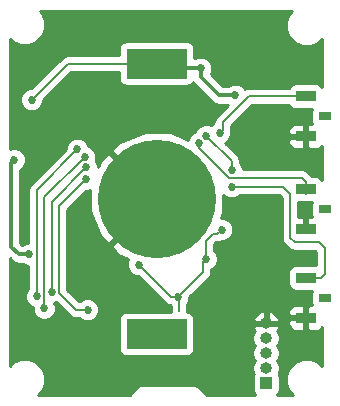
<source format=gbl>
G04 #@! TF.FileFunction,Copper,L2,Bot,Signal*
%FSLAX46Y46*%
G04 Gerber Fmt 4.6, Leading zero omitted, Abs format (unit mm)*
G04 Created by KiCad (PCBNEW 4.0.5) date 05/04/17 19:44:32*
%MOMM*%
%LPD*%
G01*
G04 APERTURE LIST*
%ADD10C,0.100000*%
%ADD11R,1.000000X1.000000*%
%ADD12O,1.000000X1.000000*%
%ADD13R,1.700000X0.900000*%
%ADD14R,1.100000X0.800000*%
%ADD15R,5.100000X2.500000*%
%ADD16C,10.000000*%
%ADD17C,0.685800*%
%ADD18C,0.300000*%
%ADD19C,0.152400*%
%ADD20C,0.254000*%
G04 APERTURE END LIST*
D10*
D11*
X123825000Y-86741000D03*
D12*
X123825000Y-85471000D03*
X123825000Y-84201000D03*
X123825000Y-82931000D03*
X123825000Y-81661000D03*
D13*
X127196000Y-77802000D03*
X127196000Y-81202000D03*
D14*
X128836000Y-79502000D03*
D13*
X127196000Y-70309000D03*
X127196000Y-73709000D03*
D14*
X128836000Y-72009000D03*
D13*
X127196000Y-62435000D03*
X127196000Y-65835000D03*
D14*
X128836000Y-64135000D03*
D15*
X114554000Y-59670000D03*
X114554000Y-82570000D03*
D16*
X114554000Y-71120000D03*
D17*
X118300500Y-60071000D03*
X121221500Y-62357000D03*
X114681000Y-83058000D03*
X118745000Y-76220000D03*
X120078500Y-73723500D03*
X113030000Y-76708000D03*
X103980000Y-62738000D03*
X116347000Y-79435000D03*
X121729500Y-60452000D03*
X113157000Y-57277000D03*
X127381000Y-76327000D03*
X111125000Y-78339000D03*
X121158000Y-65786000D03*
X115062000Y-75311000D03*
X123170000Y-75565000D03*
X103251000Y-77216000D03*
X108966000Y-81788000D03*
X118364000Y-70612000D03*
X103759000Y-75819000D03*
X102489000Y-67818000D03*
X105664000Y-78994000D03*
X108585000Y-68453000D03*
X104394000Y-79375000D03*
X107823000Y-66929000D03*
X105029000Y-80391000D03*
X108458000Y-67564000D03*
X108712000Y-80518000D03*
X108585000Y-69469000D03*
X120904000Y-70104000D03*
X120904000Y-68707000D03*
X118745000Y-65786000D03*
X118110000Y-66421000D03*
X119888000Y-65532000D03*
D18*
X114955000Y-60071000D02*
X118300500Y-60071000D01*
X121221500Y-62357000D02*
X119824500Y-62357000D01*
X118300500Y-60833000D02*
X118300500Y-60071000D01*
X119824500Y-62357000D02*
X118300500Y-60833000D01*
X114955000Y-60071000D02*
X114554000Y-59670000D01*
X114681000Y-83058000D02*
X114554000Y-82931000D01*
X114554000Y-82931000D02*
X114554000Y-82570000D01*
D19*
X118745000Y-74676000D02*
X118745000Y-76220000D01*
X118491000Y-76474000D02*
X118745000Y-76220000D01*
X118491000Y-76474000D02*
X118491000Y-77291000D01*
X118491000Y-77291000D02*
X116347000Y-79435000D01*
X119316500Y-74104500D02*
X118745000Y-74676000D01*
X119697500Y-74104500D02*
X119316500Y-74104500D01*
X120078500Y-73723500D02*
X119697500Y-74104500D01*
X113030000Y-76708000D02*
X115757000Y-79435000D01*
X115757000Y-79435000D02*
X116347000Y-79435000D01*
X114554000Y-59670000D02*
X107048000Y-59670000D01*
X107048000Y-59670000D02*
X103980000Y-62738000D01*
X116459000Y-79547000D02*
X116459000Y-80665000D01*
X116347000Y-79435000D02*
X116459000Y-79547000D01*
X111125000Y-78339000D02*
X111125000Y-78359000D01*
X115062000Y-75311000D02*
X114554000Y-74803000D01*
X114554000Y-74803000D02*
X114554000Y-71120000D01*
X123170000Y-75565000D02*
X123190000Y-75565000D01*
X118364000Y-70612000D02*
X117856000Y-71120000D01*
X117856000Y-71120000D02*
X114554000Y-71120000D01*
D18*
X102870000Y-75819000D02*
X103759000Y-75819000D01*
X102235000Y-75184000D02*
X102870000Y-75819000D01*
X102235000Y-68072000D02*
X102235000Y-75184000D01*
X102489000Y-67818000D02*
X102235000Y-68072000D01*
D19*
X105664000Y-71374000D02*
X105664000Y-78994000D01*
X108585000Y-68453000D02*
X105664000Y-71374000D01*
X104394000Y-70358000D02*
X104394000Y-79375000D01*
X107823000Y-66929000D02*
X104394000Y-70358000D01*
X105029000Y-70993000D02*
X105029000Y-80391000D01*
X108458000Y-67564000D02*
X105029000Y-70993000D01*
X107696000Y-80518000D02*
X108712000Y-80518000D01*
X106299000Y-79121000D02*
X107696000Y-80518000D01*
X106299000Y-71755000D02*
X106299000Y-79121000D01*
X108585000Y-69469000D02*
X106299000Y-71755000D01*
X128446000Y-77802000D02*
X127196000Y-77802000D01*
X128778000Y-77470000D02*
X128446000Y-77802000D01*
X128778000Y-75311000D02*
X128778000Y-77470000D01*
X128270000Y-74803000D02*
X128778000Y-75311000D01*
X126238000Y-74803000D02*
X128270000Y-74803000D01*
X125857000Y-74422000D02*
X126238000Y-74803000D01*
X125857000Y-70739000D02*
X125857000Y-74422000D01*
X125222000Y-70104000D02*
X125857000Y-70739000D01*
X120904000Y-70104000D02*
X125222000Y-70104000D01*
X120904000Y-67945000D02*
X120904000Y-68707000D01*
X118745000Y-65786000D02*
X120904000Y-67945000D01*
X127196000Y-70690000D02*
X127196000Y-69665000D01*
X118110000Y-66802000D02*
X118110000Y-66421000D01*
X120650000Y-69342000D02*
X118110000Y-66802000D01*
X126873000Y-69342000D02*
X120650000Y-69342000D01*
X127196000Y-69665000D02*
X126873000Y-69342000D01*
X122350000Y-62435000D02*
X127196000Y-62435000D01*
X120142000Y-64643000D02*
X122350000Y-62435000D01*
X120142000Y-65278000D02*
X120142000Y-64643000D01*
X119888000Y-65532000D02*
X120142000Y-65278000D01*
D20*
G36*
X125783996Y-55467418D02*
X125519301Y-56104873D01*
X125518699Y-56795099D01*
X125782281Y-57433015D01*
X126269918Y-57921504D01*
X126907373Y-58186199D01*
X127597599Y-58186801D01*
X128235515Y-57923219D01*
X128584000Y-57575342D01*
X128584000Y-61648418D01*
X128510090Y-61533559D01*
X128297890Y-61388569D01*
X128046000Y-61337560D01*
X126346000Y-61337560D01*
X126110683Y-61381838D01*
X125894559Y-61520910D01*
X125755930Y-61723800D01*
X122350000Y-61723800D01*
X122077836Y-61777937D01*
X122046262Y-61799034D01*
X121776159Y-61528460D01*
X121416870Y-61379270D01*
X121027837Y-61378931D01*
X120668288Y-61527493D01*
X120623703Y-61572000D01*
X120149657Y-61572000D01*
X119150833Y-60573175D01*
X119278230Y-60266370D01*
X119278569Y-59877337D01*
X119130007Y-59517788D01*
X118855159Y-59242460D01*
X118495870Y-59093270D01*
X118106837Y-59092931D01*
X117751440Y-59239777D01*
X117751440Y-58420000D01*
X117707162Y-58184683D01*
X117568090Y-57968559D01*
X117355890Y-57823569D01*
X117104000Y-57772560D01*
X112004000Y-57772560D01*
X111768683Y-57816838D01*
X111552559Y-57955910D01*
X111407569Y-58168110D01*
X111356560Y-58420000D01*
X111356560Y-58958800D01*
X107048000Y-58958800D01*
X106820990Y-59003955D01*
X106775835Y-59012937D01*
X106545106Y-59167106D01*
X103952137Y-61760075D01*
X103786337Y-61759931D01*
X103426788Y-61908493D01*
X103151460Y-62183341D01*
X103002270Y-62542630D01*
X103001931Y-62931663D01*
X103150493Y-63291212D01*
X103425341Y-63566540D01*
X103784630Y-63715730D01*
X104173663Y-63716069D01*
X104533212Y-63567507D01*
X104808540Y-63292659D01*
X104957730Y-62933370D01*
X104957876Y-62765912D01*
X107342588Y-60381200D01*
X111356560Y-60381200D01*
X111356560Y-60920000D01*
X111400838Y-61155317D01*
X111539910Y-61371441D01*
X111752110Y-61516431D01*
X112004000Y-61567440D01*
X117104000Y-61567440D01*
X117339317Y-61523162D01*
X117555441Y-61384090D01*
X117650144Y-61245487D01*
X117745421Y-61388079D01*
X119269419Y-62912076D01*
X119269421Y-62912079D01*
X119524094Y-63082245D01*
X119824500Y-63142000D01*
X120623377Y-63142000D01*
X120630288Y-63148923D01*
X119639106Y-64140106D01*
X119484937Y-64370835D01*
X119445957Y-64566801D01*
X119430800Y-64643000D01*
X119430800Y-64662822D01*
X119334788Y-64702493D01*
X119144088Y-64892861D01*
X118940370Y-64808270D01*
X118551337Y-64807931D01*
X118191788Y-64956493D01*
X117916460Y-65231341D01*
X117810429Y-65486691D01*
X117556788Y-65591493D01*
X117281460Y-65866341D01*
X117177760Y-66116078D01*
X115771417Y-65505067D01*
X113530005Y-65466593D01*
X111444487Y-66288798D01*
X111280511Y-66398364D01*
X110694468Y-67080863D01*
X114554000Y-70940395D01*
X114568143Y-70926253D01*
X114747748Y-71105858D01*
X114733605Y-71120000D01*
X114747748Y-71134143D01*
X114568143Y-71313748D01*
X114554000Y-71299605D01*
X110694468Y-75159137D01*
X111280511Y-75841636D01*
X112170357Y-76228245D01*
X112052270Y-76512630D01*
X112051931Y-76901663D01*
X112200493Y-77261212D01*
X112475341Y-77536540D01*
X112834630Y-77685730D01*
X113002088Y-77685876D01*
X115254105Y-79937894D01*
X115369660Y-80015105D01*
X115484836Y-80092063D01*
X115654940Y-80125899D01*
X115747800Y-80218921D01*
X115747800Y-80665000D01*
X115749304Y-80672560D01*
X112004000Y-80672560D01*
X111768683Y-80716838D01*
X111552559Y-80855910D01*
X111407569Y-81068110D01*
X111356560Y-81320000D01*
X111356560Y-83820000D01*
X111400838Y-84055317D01*
X111539910Y-84271441D01*
X111752110Y-84416431D01*
X112004000Y-84467440D01*
X117104000Y-84467440D01*
X117339317Y-84423162D01*
X117555441Y-84284090D01*
X117700431Y-84071890D01*
X117751440Y-83820000D01*
X117751440Y-81359126D01*
X122730881Y-81359126D01*
X122857046Y-81534000D01*
X123698000Y-81534000D01*
X123698000Y-80691865D01*
X123952000Y-80691865D01*
X123952000Y-81534000D01*
X124792954Y-81534000D01*
X124826321Y-81487750D01*
X125711000Y-81487750D01*
X125711000Y-81778309D01*
X125807673Y-82011698D01*
X125986301Y-82190327D01*
X126219690Y-82287000D01*
X126910250Y-82287000D01*
X127069000Y-82128250D01*
X127069000Y-81329000D01*
X125869750Y-81329000D01*
X125711000Y-81487750D01*
X124826321Y-81487750D01*
X124919119Y-81359126D01*
X124812127Y-81100791D01*
X124522604Y-80765677D01*
X124243964Y-80625691D01*
X125711000Y-80625691D01*
X125711000Y-80916250D01*
X125869750Y-81075000D01*
X127069000Y-81075000D01*
X127069000Y-80275750D01*
X126910250Y-80117000D01*
X126219690Y-80117000D01*
X125986301Y-80213673D01*
X125807673Y-80392302D01*
X125711000Y-80625691D01*
X124243964Y-80625691D01*
X124126877Y-80566868D01*
X123952000Y-80691865D01*
X123698000Y-80691865D01*
X123523123Y-80566868D01*
X123127396Y-80765677D01*
X122837873Y-81100791D01*
X122730881Y-81359126D01*
X117751440Y-81359126D01*
X117751440Y-81320000D01*
X117707162Y-81084683D01*
X117568090Y-80868559D01*
X117355890Y-80723569D01*
X117166191Y-80685154D01*
X117170200Y-80665000D01*
X117170200Y-79994990D01*
X117175540Y-79989659D01*
X117324730Y-79630370D01*
X117324876Y-79462912D01*
X118993894Y-77793894D01*
X119148063Y-77563165D01*
X119202200Y-77291000D01*
X119202200Y-77089178D01*
X119298212Y-77049507D01*
X119573540Y-76774659D01*
X119722730Y-76415370D01*
X119723069Y-76026337D01*
X119574507Y-75666788D01*
X119456200Y-75548274D01*
X119456200Y-74970588D01*
X119611088Y-74815700D01*
X119697500Y-74815700D01*
X119969665Y-74761563D01*
X120059729Y-74701384D01*
X120272163Y-74701569D01*
X120631712Y-74553007D01*
X120907040Y-74278159D01*
X121056230Y-73918870D01*
X121056569Y-73529837D01*
X120908007Y-73170288D01*
X120633159Y-72894960D01*
X120273870Y-72745770D01*
X119991624Y-72745524D01*
X120168933Y-72337417D01*
X120195690Y-70778621D01*
X120349341Y-70932540D01*
X120708630Y-71081730D01*
X121097663Y-71082069D01*
X121457212Y-70933507D01*
X121575726Y-70815200D01*
X124927412Y-70815200D01*
X125145800Y-71033589D01*
X125145800Y-74422000D01*
X125199937Y-74694165D01*
X125354106Y-74924894D01*
X125735105Y-75305894D01*
X125775767Y-75333063D01*
X125965836Y-75460063D01*
X126238000Y-75514200D01*
X127975412Y-75514200D01*
X128066800Y-75605589D01*
X128066800Y-76708772D01*
X128046000Y-76704560D01*
X126346000Y-76704560D01*
X126110683Y-76748838D01*
X125894559Y-76887910D01*
X125749569Y-77100110D01*
X125698560Y-77352000D01*
X125698560Y-78252000D01*
X125742838Y-78487317D01*
X125881910Y-78703441D01*
X126094110Y-78848431D01*
X126346000Y-78899440D01*
X127679579Y-78899440D01*
X127638560Y-79102000D01*
X127638560Y-79902000D01*
X127679015Y-80117000D01*
X127481750Y-80117000D01*
X127323000Y-80275750D01*
X127323000Y-81075000D01*
X127343000Y-81075000D01*
X127343000Y-81329000D01*
X127323000Y-81329000D01*
X127323000Y-82128250D01*
X127481750Y-82287000D01*
X128172310Y-82287000D01*
X128405699Y-82190327D01*
X128584000Y-82012025D01*
X128584000Y-85300018D01*
X128238082Y-84953496D01*
X127600627Y-84688801D01*
X126910401Y-84688199D01*
X126272485Y-84951781D01*
X125783996Y-85439418D01*
X125519301Y-86076873D01*
X125518699Y-86767099D01*
X125782281Y-87405015D01*
X126097715Y-87721000D01*
X124751716Y-87721000D01*
X124776441Y-87705090D01*
X124921431Y-87492890D01*
X124972440Y-87241000D01*
X124972440Y-86241000D01*
X124928162Y-86005683D01*
X124879414Y-85929927D01*
X124895839Y-85905346D01*
X124982236Y-85471000D01*
X124895839Y-85036654D01*
X124761766Y-84836000D01*
X124895839Y-84635346D01*
X124982236Y-84201000D01*
X124895839Y-83766654D01*
X124761766Y-83566000D01*
X124895839Y-83365346D01*
X124982236Y-82931000D01*
X124895839Y-82496654D01*
X124755549Y-82286696D01*
X124812127Y-82221209D01*
X124919119Y-81962874D01*
X124792954Y-81788000D01*
X123952000Y-81788000D01*
X123952000Y-81808000D01*
X123907564Y-81808000D01*
X123847236Y-81796000D01*
X123802764Y-81796000D01*
X123742436Y-81808000D01*
X123698000Y-81808000D01*
X123698000Y-81788000D01*
X122857046Y-81788000D01*
X122730881Y-81962874D01*
X122837873Y-82221209D01*
X122894451Y-82286696D01*
X122754161Y-82496654D01*
X122667764Y-82931000D01*
X122754161Y-83365346D01*
X122888234Y-83566000D01*
X122754161Y-83766654D01*
X122667764Y-84201000D01*
X122754161Y-84635346D01*
X122888234Y-84836000D01*
X122754161Y-85036654D01*
X122667764Y-85471000D01*
X122754161Y-85905346D01*
X122769805Y-85928759D01*
X122728569Y-85989110D01*
X122677560Y-86241000D01*
X122677560Y-87241000D01*
X122721838Y-87476317D01*
X122860910Y-87692441D01*
X122902708Y-87721000D01*
X118797447Y-87721000D01*
X118129568Y-87080167D01*
X118010774Y-87004294D01*
X117893605Y-86926004D01*
X117885749Y-86924441D01*
X117878997Y-86920129D01*
X117740230Y-86895496D01*
X117602000Y-86868000D01*
X113411000Y-86868000D01*
X113404766Y-86869240D01*
X113398517Y-86868103D01*
X113259205Y-86898194D01*
X113119395Y-86926004D01*
X113114113Y-86929533D01*
X113107902Y-86930875D01*
X112990688Y-87012003D01*
X112872185Y-87091185D01*
X112868656Y-87096467D01*
X112863430Y-87100084D01*
X112262532Y-87721000D01*
X104534038Y-87721000D01*
X104848004Y-87407582D01*
X105112699Y-86770127D01*
X105113301Y-86079901D01*
X104849719Y-85441985D01*
X104362082Y-84953496D01*
X103724627Y-84688801D01*
X103034401Y-84688199D01*
X102396485Y-84951781D01*
X102108000Y-85239763D01*
X102108000Y-76167158D01*
X102314921Y-76374079D01*
X102569594Y-76544245D01*
X102870000Y-76604001D01*
X102870005Y-76604000D01*
X103160877Y-76604000D01*
X103204341Y-76647540D01*
X103563630Y-76796730D01*
X103682800Y-76796834D01*
X103682800Y-78703206D01*
X103565460Y-78820341D01*
X103416270Y-79179630D01*
X103415931Y-79568663D01*
X103564493Y-79928212D01*
X103839341Y-80203540D01*
X104051186Y-80291506D01*
X104050931Y-80584663D01*
X104199493Y-80944212D01*
X104474341Y-81219540D01*
X104833630Y-81368730D01*
X105222663Y-81369069D01*
X105582212Y-81220507D01*
X105857540Y-80945659D01*
X106006730Y-80586370D01*
X106007069Y-80197337D01*
X105905776Y-79952189D01*
X106060479Y-79888267D01*
X107193105Y-81020894D01*
X107274081Y-81075000D01*
X107423836Y-81175063D01*
X107696000Y-81229200D01*
X108040206Y-81229200D01*
X108157341Y-81346540D01*
X108516630Y-81495730D01*
X108905663Y-81496069D01*
X109265212Y-81347507D01*
X109540540Y-81072659D01*
X109689730Y-80713370D01*
X109690069Y-80324337D01*
X109541507Y-79964788D01*
X109266659Y-79689460D01*
X108907370Y-79540270D01*
X108518337Y-79539931D01*
X108158788Y-79688493D01*
X108040274Y-79806800D01*
X107990589Y-79806800D01*
X107010200Y-78826412D01*
X107010200Y-72049588D01*
X108612863Y-70446925D01*
X108778663Y-70447069D01*
X108930800Y-70384208D01*
X108900593Y-72143995D01*
X109722798Y-74229513D01*
X109832364Y-74393489D01*
X110514863Y-74979532D01*
X114374395Y-71120000D01*
X110514863Y-67260468D01*
X109832364Y-67846511D01*
X109562888Y-68466754D01*
X109563069Y-68259337D01*
X109414507Y-67899788D01*
X109388317Y-67873552D01*
X109435730Y-67759370D01*
X109436069Y-67370337D01*
X109287507Y-67010788D01*
X109012659Y-66735460D01*
X108757309Y-66629429D01*
X108652507Y-66375788D01*
X108377659Y-66100460D01*
X108018370Y-65951270D01*
X107629337Y-65950931D01*
X107269788Y-66099493D01*
X106994460Y-66374341D01*
X106845270Y-66733630D01*
X106845124Y-66901087D01*
X103891106Y-69855106D01*
X103736937Y-70085835D01*
X103707046Y-70236106D01*
X103682800Y-70358000D01*
X103682800Y-74841033D01*
X103565337Y-74840931D01*
X103205788Y-74989493D01*
X103178195Y-75017037D01*
X103020000Y-74858842D01*
X103020000Y-68656685D01*
X103042212Y-68647507D01*
X103317540Y-68372659D01*
X103466730Y-68013370D01*
X103467069Y-67624337D01*
X103318507Y-67264788D01*
X103043659Y-66989460D01*
X102684370Y-66840270D01*
X102295337Y-66839931D01*
X102108000Y-66917337D01*
X102108000Y-57571586D01*
X102393918Y-57858004D01*
X103031373Y-58122699D01*
X103721599Y-58123301D01*
X104359515Y-57859719D01*
X104848004Y-57372082D01*
X105112699Y-56734627D01*
X105113301Y-56044401D01*
X104849719Y-55406485D01*
X104688516Y-55245000D01*
X126006803Y-55245000D01*
X125783996Y-55467418D01*
X125783996Y-55467418D01*
G37*
X125783996Y-55467418D02*
X125519301Y-56104873D01*
X125518699Y-56795099D01*
X125782281Y-57433015D01*
X126269918Y-57921504D01*
X126907373Y-58186199D01*
X127597599Y-58186801D01*
X128235515Y-57923219D01*
X128584000Y-57575342D01*
X128584000Y-61648418D01*
X128510090Y-61533559D01*
X128297890Y-61388569D01*
X128046000Y-61337560D01*
X126346000Y-61337560D01*
X126110683Y-61381838D01*
X125894559Y-61520910D01*
X125755930Y-61723800D01*
X122350000Y-61723800D01*
X122077836Y-61777937D01*
X122046262Y-61799034D01*
X121776159Y-61528460D01*
X121416870Y-61379270D01*
X121027837Y-61378931D01*
X120668288Y-61527493D01*
X120623703Y-61572000D01*
X120149657Y-61572000D01*
X119150833Y-60573175D01*
X119278230Y-60266370D01*
X119278569Y-59877337D01*
X119130007Y-59517788D01*
X118855159Y-59242460D01*
X118495870Y-59093270D01*
X118106837Y-59092931D01*
X117751440Y-59239777D01*
X117751440Y-58420000D01*
X117707162Y-58184683D01*
X117568090Y-57968559D01*
X117355890Y-57823569D01*
X117104000Y-57772560D01*
X112004000Y-57772560D01*
X111768683Y-57816838D01*
X111552559Y-57955910D01*
X111407569Y-58168110D01*
X111356560Y-58420000D01*
X111356560Y-58958800D01*
X107048000Y-58958800D01*
X106820990Y-59003955D01*
X106775835Y-59012937D01*
X106545106Y-59167106D01*
X103952137Y-61760075D01*
X103786337Y-61759931D01*
X103426788Y-61908493D01*
X103151460Y-62183341D01*
X103002270Y-62542630D01*
X103001931Y-62931663D01*
X103150493Y-63291212D01*
X103425341Y-63566540D01*
X103784630Y-63715730D01*
X104173663Y-63716069D01*
X104533212Y-63567507D01*
X104808540Y-63292659D01*
X104957730Y-62933370D01*
X104957876Y-62765912D01*
X107342588Y-60381200D01*
X111356560Y-60381200D01*
X111356560Y-60920000D01*
X111400838Y-61155317D01*
X111539910Y-61371441D01*
X111752110Y-61516431D01*
X112004000Y-61567440D01*
X117104000Y-61567440D01*
X117339317Y-61523162D01*
X117555441Y-61384090D01*
X117650144Y-61245487D01*
X117745421Y-61388079D01*
X119269419Y-62912076D01*
X119269421Y-62912079D01*
X119524094Y-63082245D01*
X119824500Y-63142000D01*
X120623377Y-63142000D01*
X120630288Y-63148923D01*
X119639106Y-64140106D01*
X119484937Y-64370835D01*
X119445957Y-64566801D01*
X119430800Y-64643000D01*
X119430800Y-64662822D01*
X119334788Y-64702493D01*
X119144088Y-64892861D01*
X118940370Y-64808270D01*
X118551337Y-64807931D01*
X118191788Y-64956493D01*
X117916460Y-65231341D01*
X117810429Y-65486691D01*
X117556788Y-65591493D01*
X117281460Y-65866341D01*
X117177760Y-66116078D01*
X115771417Y-65505067D01*
X113530005Y-65466593D01*
X111444487Y-66288798D01*
X111280511Y-66398364D01*
X110694468Y-67080863D01*
X114554000Y-70940395D01*
X114568143Y-70926253D01*
X114747748Y-71105858D01*
X114733605Y-71120000D01*
X114747748Y-71134143D01*
X114568143Y-71313748D01*
X114554000Y-71299605D01*
X110694468Y-75159137D01*
X111280511Y-75841636D01*
X112170357Y-76228245D01*
X112052270Y-76512630D01*
X112051931Y-76901663D01*
X112200493Y-77261212D01*
X112475341Y-77536540D01*
X112834630Y-77685730D01*
X113002088Y-77685876D01*
X115254105Y-79937894D01*
X115369660Y-80015105D01*
X115484836Y-80092063D01*
X115654940Y-80125899D01*
X115747800Y-80218921D01*
X115747800Y-80665000D01*
X115749304Y-80672560D01*
X112004000Y-80672560D01*
X111768683Y-80716838D01*
X111552559Y-80855910D01*
X111407569Y-81068110D01*
X111356560Y-81320000D01*
X111356560Y-83820000D01*
X111400838Y-84055317D01*
X111539910Y-84271441D01*
X111752110Y-84416431D01*
X112004000Y-84467440D01*
X117104000Y-84467440D01*
X117339317Y-84423162D01*
X117555441Y-84284090D01*
X117700431Y-84071890D01*
X117751440Y-83820000D01*
X117751440Y-81359126D01*
X122730881Y-81359126D01*
X122857046Y-81534000D01*
X123698000Y-81534000D01*
X123698000Y-80691865D01*
X123952000Y-80691865D01*
X123952000Y-81534000D01*
X124792954Y-81534000D01*
X124826321Y-81487750D01*
X125711000Y-81487750D01*
X125711000Y-81778309D01*
X125807673Y-82011698D01*
X125986301Y-82190327D01*
X126219690Y-82287000D01*
X126910250Y-82287000D01*
X127069000Y-82128250D01*
X127069000Y-81329000D01*
X125869750Y-81329000D01*
X125711000Y-81487750D01*
X124826321Y-81487750D01*
X124919119Y-81359126D01*
X124812127Y-81100791D01*
X124522604Y-80765677D01*
X124243964Y-80625691D01*
X125711000Y-80625691D01*
X125711000Y-80916250D01*
X125869750Y-81075000D01*
X127069000Y-81075000D01*
X127069000Y-80275750D01*
X126910250Y-80117000D01*
X126219690Y-80117000D01*
X125986301Y-80213673D01*
X125807673Y-80392302D01*
X125711000Y-80625691D01*
X124243964Y-80625691D01*
X124126877Y-80566868D01*
X123952000Y-80691865D01*
X123698000Y-80691865D01*
X123523123Y-80566868D01*
X123127396Y-80765677D01*
X122837873Y-81100791D01*
X122730881Y-81359126D01*
X117751440Y-81359126D01*
X117751440Y-81320000D01*
X117707162Y-81084683D01*
X117568090Y-80868559D01*
X117355890Y-80723569D01*
X117166191Y-80685154D01*
X117170200Y-80665000D01*
X117170200Y-79994990D01*
X117175540Y-79989659D01*
X117324730Y-79630370D01*
X117324876Y-79462912D01*
X118993894Y-77793894D01*
X119148063Y-77563165D01*
X119202200Y-77291000D01*
X119202200Y-77089178D01*
X119298212Y-77049507D01*
X119573540Y-76774659D01*
X119722730Y-76415370D01*
X119723069Y-76026337D01*
X119574507Y-75666788D01*
X119456200Y-75548274D01*
X119456200Y-74970588D01*
X119611088Y-74815700D01*
X119697500Y-74815700D01*
X119969665Y-74761563D01*
X120059729Y-74701384D01*
X120272163Y-74701569D01*
X120631712Y-74553007D01*
X120907040Y-74278159D01*
X121056230Y-73918870D01*
X121056569Y-73529837D01*
X120908007Y-73170288D01*
X120633159Y-72894960D01*
X120273870Y-72745770D01*
X119991624Y-72745524D01*
X120168933Y-72337417D01*
X120195690Y-70778621D01*
X120349341Y-70932540D01*
X120708630Y-71081730D01*
X121097663Y-71082069D01*
X121457212Y-70933507D01*
X121575726Y-70815200D01*
X124927412Y-70815200D01*
X125145800Y-71033589D01*
X125145800Y-74422000D01*
X125199937Y-74694165D01*
X125354106Y-74924894D01*
X125735105Y-75305894D01*
X125775767Y-75333063D01*
X125965836Y-75460063D01*
X126238000Y-75514200D01*
X127975412Y-75514200D01*
X128066800Y-75605589D01*
X128066800Y-76708772D01*
X128046000Y-76704560D01*
X126346000Y-76704560D01*
X126110683Y-76748838D01*
X125894559Y-76887910D01*
X125749569Y-77100110D01*
X125698560Y-77352000D01*
X125698560Y-78252000D01*
X125742838Y-78487317D01*
X125881910Y-78703441D01*
X126094110Y-78848431D01*
X126346000Y-78899440D01*
X127679579Y-78899440D01*
X127638560Y-79102000D01*
X127638560Y-79902000D01*
X127679015Y-80117000D01*
X127481750Y-80117000D01*
X127323000Y-80275750D01*
X127323000Y-81075000D01*
X127343000Y-81075000D01*
X127343000Y-81329000D01*
X127323000Y-81329000D01*
X127323000Y-82128250D01*
X127481750Y-82287000D01*
X128172310Y-82287000D01*
X128405699Y-82190327D01*
X128584000Y-82012025D01*
X128584000Y-85300018D01*
X128238082Y-84953496D01*
X127600627Y-84688801D01*
X126910401Y-84688199D01*
X126272485Y-84951781D01*
X125783996Y-85439418D01*
X125519301Y-86076873D01*
X125518699Y-86767099D01*
X125782281Y-87405015D01*
X126097715Y-87721000D01*
X124751716Y-87721000D01*
X124776441Y-87705090D01*
X124921431Y-87492890D01*
X124972440Y-87241000D01*
X124972440Y-86241000D01*
X124928162Y-86005683D01*
X124879414Y-85929927D01*
X124895839Y-85905346D01*
X124982236Y-85471000D01*
X124895839Y-85036654D01*
X124761766Y-84836000D01*
X124895839Y-84635346D01*
X124982236Y-84201000D01*
X124895839Y-83766654D01*
X124761766Y-83566000D01*
X124895839Y-83365346D01*
X124982236Y-82931000D01*
X124895839Y-82496654D01*
X124755549Y-82286696D01*
X124812127Y-82221209D01*
X124919119Y-81962874D01*
X124792954Y-81788000D01*
X123952000Y-81788000D01*
X123952000Y-81808000D01*
X123907564Y-81808000D01*
X123847236Y-81796000D01*
X123802764Y-81796000D01*
X123742436Y-81808000D01*
X123698000Y-81808000D01*
X123698000Y-81788000D01*
X122857046Y-81788000D01*
X122730881Y-81962874D01*
X122837873Y-82221209D01*
X122894451Y-82286696D01*
X122754161Y-82496654D01*
X122667764Y-82931000D01*
X122754161Y-83365346D01*
X122888234Y-83566000D01*
X122754161Y-83766654D01*
X122667764Y-84201000D01*
X122754161Y-84635346D01*
X122888234Y-84836000D01*
X122754161Y-85036654D01*
X122667764Y-85471000D01*
X122754161Y-85905346D01*
X122769805Y-85928759D01*
X122728569Y-85989110D01*
X122677560Y-86241000D01*
X122677560Y-87241000D01*
X122721838Y-87476317D01*
X122860910Y-87692441D01*
X122902708Y-87721000D01*
X118797447Y-87721000D01*
X118129568Y-87080167D01*
X118010774Y-87004294D01*
X117893605Y-86926004D01*
X117885749Y-86924441D01*
X117878997Y-86920129D01*
X117740230Y-86895496D01*
X117602000Y-86868000D01*
X113411000Y-86868000D01*
X113404766Y-86869240D01*
X113398517Y-86868103D01*
X113259205Y-86898194D01*
X113119395Y-86926004D01*
X113114113Y-86929533D01*
X113107902Y-86930875D01*
X112990688Y-87012003D01*
X112872185Y-87091185D01*
X112868656Y-87096467D01*
X112863430Y-87100084D01*
X112262532Y-87721000D01*
X104534038Y-87721000D01*
X104848004Y-87407582D01*
X105112699Y-86770127D01*
X105113301Y-86079901D01*
X104849719Y-85441985D01*
X104362082Y-84953496D01*
X103724627Y-84688801D01*
X103034401Y-84688199D01*
X102396485Y-84951781D01*
X102108000Y-85239763D01*
X102108000Y-76167158D01*
X102314921Y-76374079D01*
X102569594Y-76544245D01*
X102870000Y-76604001D01*
X102870005Y-76604000D01*
X103160877Y-76604000D01*
X103204341Y-76647540D01*
X103563630Y-76796730D01*
X103682800Y-76796834D01*
X103682800Y-78703206D01*
X103565460Y-78820341D01*
X103416270Y-79179630D01*
X103415931Y-79568663D01*
X103564493Y-79928212D01*
X103839341Y-80203540D01*
X104051186Y-80291506D01*
X104050931Y-80584663D01*
X104199493Y-80944212D01*
X104474341Y-81219540D01*
X104833630Y-81368730D01*
X105222663Y-81369069D01*
X105582212Y-81220507D01*
X105857540Y-80945659D01*
X106006730Y-80586370D01*
X106007069Y-80197337D01*
X105905776Y-79952189D01*
X106060479Y-79888267D01*
X107193105Y-81020894D01*
X107274081Y-81075000D01*
X107423836Y-81175063D01*
X107696000Y-81229200D01*
X108040206Y-81229200D01*
X108157341Y-81346540D01*
X108516630Y-81495730D01*
X108905663Y-81496069D01*
X109265212Y-81347507D01*
X109540540Y-81072659D01*
X109689730Y-80713370D01*
X109690069Y-80324337D01*
X109541507Y-79964788D01*
X109266659Y-79689460D01*
X108907370Y-79540270D01*
X108518337Y-79539931D01*
X108158788Y-79688493D01*
X108040274Y-79806800D01*
X107990589Y-79806800D01*
X107010200Y-78826412D01*
X107010200Y-72049588D01*
X108612863Y-70446925D01*
X108778663Y-70447069D01*
X108930800Y-70384208D01*
X108900593Y-72143995D01*
X109722798Y-74229513D01*
X109832364Y-74393489D01*
X110514863Y-74979532D01*
X114374395Y-71120000D01*
X110514863Y-67260468D01*
X109832364Y-67846511D01*
X109562888Y-68466754D01*
X109563069Y-68259337D01*
X109414507Y-67899788D01*
X109388317Y-67873552D01*
X109435730Y-67759370D01*
X109436069Y-67370337D01*
X109287507Y-67010788D01*
X109012659Y-66735460D01*
X108757309Y-66629429D01*
X108652507Y-66375788D01*
X108377659Y-66100460D01*
X108018370Y-65951270D01*
X107629337Y-65950931D01*
X107269788Y-66099493D01*
X106994460Y-66374341D01*
X106845270Y-66733630D01*
X106845124Y-66901087D01*
X103891106Y-69855106D01*
X103736937Y-70085835D01*
X103707046Y-70236106D01*
X103682800Y-70358000D01*
X103682800Y-74841033D01*
X103565337Y-74840931D01*
X103205788Y-74989493D01*
X103178195Y-75017037D01*
X103020000Y-74858842D01*
X103020000Y-68656685D01*
X103042212Y-68647507D01*
X103317540Y-68372659D01*
X103466730Y-68013370D01*
X103467069Y-67624337D01*
X103318507Y-67264788D01*
X103043659Y-66989460D01*
X102684370Y-66840270D01*
X102295337Y-66839931D01*
X102108000Y-66917337D01*
X102108000Y-57571586D01*
X102393918Y-57858004D01*
X103031373Y-58122699D01*
X103721599Y-58123301D01*
X104359515Y-57859719D01*
X104848004Y-57372082D01*
X105112699Y-56734627D01*
X105113301Y-56044401D01*
X104849719Y-55406485D01*
X104688516Y-55245000D01*
X126006803Y-55245000D01*
X125783996Y-55467418D01*
G36*
X127638560Y-71609000D02*
X127638560Y-72409000D01*
X127679015Y-72624000D01*
X127481750Y-72624000D01*
X127323000Y-72782750D01*
X127323000Y-73582000D01*
X127343000Y-73582000D01*
X127343000Y-73836000D01*
X127323000Y-73836000D01*
X127323000Y-73856000D01*
X127069000Y-73856000D01*
X127069000Y-73836000D01*
X127049000Y-73836000D01*
X127049000Y-73582000D01*
X127069000Y-73582000D01*
X127069000Y-72782750D01*
X126910250Y-72624000D01*
X126568200Y-72624000D01*
X126568200Y-71406440D01*
X127679579Y-71406440D01*
X127638560Y-71609000D01*
X127638560Y-71609000D01*
G37*
X127638560Y-71609000D02*
X127638560Y-72409000D01*
X127679015Y-72624000D01*
X127481750Y-72624000D01*
X127323000Y-72782750D01*
X127323000Y-73582000D01*
X127343000Y-73582000D01*
X127343000Y-73836000D01*
X127323000Y-73836000D01*
X127323000Y-73856000D01*
X127069000Y-73856000D01*
X127069000Y-73836000D01*
X127049000Y-73836000D01*
X127049000Y-73582000D01*
X127069000Y-73582000D01*
X127069000Y-72782750D01*
X126910250Y-72624000D01*
X126568200Y-72624000D01*
X126568200Y-71406440D01*
X127679579Y-71406440D01*
X127638560Y-71609000D01*
G36*
X125881910Y-63336441D02*
X126094110Y-63481431D01*
X126346000Y-63532440D01*
X127679579Y-63532440D01*
X127638560Y-63735000D01*
X127638560Y-64535000D01*
X127679015Y-64750000D01*
X127481750Y-64750000D01*
X127323000Y-64908750D01*
X127323000Y-65708000D01*
X127343000Y-65708000D01*
X127343000Y-65962000D01*
X127323000Y-65962000D01*
X127323000Y-66761250D01*
X127481750Y-66920000D01*
X128172310Y-66920000D01*
X128405699Y-66823327D01*
X128584000Y-66645025D01*
X128584000Y-69522418D01*
X128510090Y-69407559D01*
X128297890Y-69262569D01*
X128046000Y-69211560D01*
X127731938Y-69211560D01*
X127698894Y-69162106D01*
X127375894Y-68839106D01*
X127145165Y-68684937D01*
X126873000Y-68630800D01*
X121881967Y-68630800D01*
X121882069Y-68513337D01*
X121733507Y-68153788D01*
X121615200Y-68035274D01*
X121615200Y-67945000D01*
X121561063Y-67672836D01*
X121561063Y-67672835D01*
X121406894Y-67442106D01*
X120359895Y-66395107D01*
X120441212Y-66361507D01*
X120682389Y-66120750D01*
X125711000Y-66120750D01*
X125711000Y-66411309D01*
X125807673Y-66644698D01*
X125986301Y-66823327D01*
X126219690Y-66920000D01*
X126910250Y-66920000D01*
X127069000Y-66761250D01*
X127069000Y-65962000D01*
X125869750Y-65962000D01*
X125711000Y-66120750D01*
X120682389Y-66120750D01*
X120716540Y-66086659D01*
X120865730Y-65727370D01*
X120866069Y-65338337D01*
X120849280Y-65297705D01*
X120853200Y-65278000D01*
X120853200Y-65258691D01*
X125711000Y-65258691D01*
X125711000Y-65549250D01*
X125869750Y-65708000D01*
X127069000Y-65708000D01*
X127069000Y-64908750D01*
X126910250Y-64750000D01*
X126219690Y-64750000D01*
X125986301Y-64846673D01*
X125807673Y-65025302D01*
X125711000Y-65258691D01*
X120853200Y-65258691D01*
X120853200Y-64937588D01*
X122644589Y-63146200D01*
X125759493Y-63146200D01*
X125881910Y-63336441D01*
X125881910Y-63336441D01*
G37*
X125881910Y-63336441D02*
X126094110Y-63481431D01*
X126346000Y-63532440D01*
X127679579Y-63532440D01*
X127638560Y-63735000D01*
X127638560Y-64535000D01*
X127679015Y-64750000D01*
X127481750Y-64750000D01*
X127323000Y-64908750D01*
X127323000Y-65708000D01*
X127343000Y-65708000D01*
X127343000Y-65962000D01*
X127323000Y-65962000D01*
X127323000Y-66761250D01*
X127481750Y-66920000D01*
X128172310Y-66920000D01*
X128405699Y-66823327D01*
X128584000Y-66645025D01*
X128584000Y-69522418D01*
X128510090Y-69407559D01*
X128297890Y-69262569D01*
X128046000Y-69211560D01*
X127731938Y-69211560D01*
X127698894Y-69162106D01*
X127375894Y-68839106D01*
X127145165Y-68684937D01*
X126873000Y-68630800D01*
X121881967Y-68630800D01*
X121882069Y-68513337D01*
X121733507Y-68153788D01*
X121615200Y-68035274D01*
X121615200Y-67945000D01*
X121561063Y-67672836D01*
X121561063Y-67672835D01*
X121406894Y-67442106D01*
X120359895Y-66395107D01*
X120441212Y-66361507D01*
X120682389Y-66120750D01*
X125711000Y-66120750D01*
X125711000Y-66411309D01*
X125807673Y-66644698D01*
X125986301Y-66823327D01*
X126219690Y-66920000D01*
X126910250Y-66920000D01*
X127069000Y-66761250D01*
X127069000Y-65962000D01*
X125869750Y-65962000D01*
X125711000Y-66120750D01*
X120682389Y-66120750D01*
X120716540Y-66086659D01*
X120865730Y-65727370D01*
X120866069Y-65338337D01*
X120849280Y-65297705D01*
X120853200Y-65278000D01*
X120853200Y-65258691D01*
X125711000Y-65258691D01*
X125711000Y-65549250D01*
X125869750Y-65708000D01*
X127069000Y-65708000D01*
X127069000Y-64908750D01*
X126910250Y-64750000D01*
X126219690Y-64750000D01*
X125986301Y-64846673D01*
X125807673Y-65025302D01*
X125711000Y-65258691D01*
X120853200Y-65258691D01*
X120853200Y-64937588D01*
X122644589Y-63146200D01*
X125759493Y-63146200D01*
X125881910Y-63336441D01*
M02*

</source>
